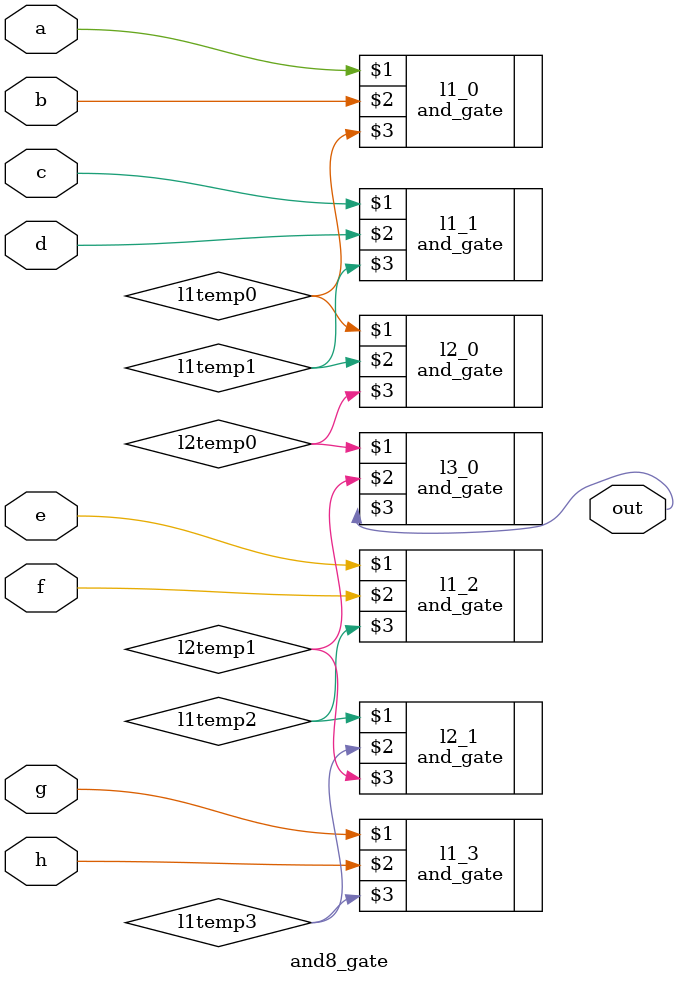
<source format=v>
`timescale 1ns/10ps

`include "lib/and_gate.v"

module and8_gate(a, b, c, d, e, f, g, h, out);

	//inuts
	input a, b, c, d, e, f, g, h; 

	//output
	output out;

	//wires
	wire l1temp0, l1temp1, l1temp2, l1temp3, l2temp0, l2temp1;

  	and_gate l1_0(a, b, l1temp0);
  	and_gate l1_1(c, d, l1temp1);
  	and_gate l1_2(e, f, l1temp2);
  	and_gate l1_3(g, h, l1temp3);

  	and_gate l2_0(l1temp0, l1temp1, l2temp0);
  	and_gate l2_1(l1temp2, l1temp3, l2temp1);

	and_gate l3_0(l2temp0, l2temp1, out);
endmodule
</source>
